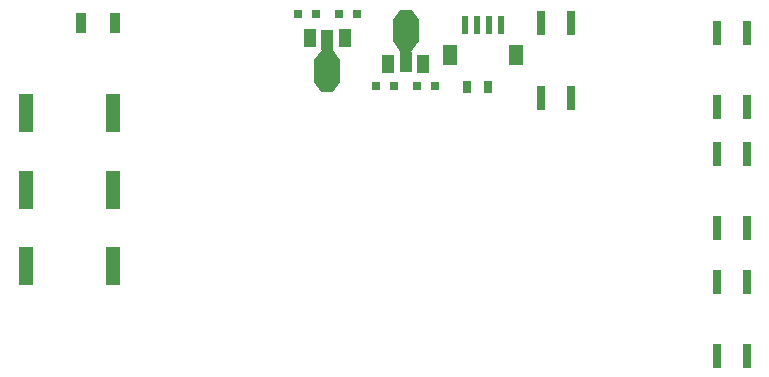
<source format=gtp>
G04 #@! TF.GenerationSoftware,KiCad,Pcbnew,(2018-02-15 revision 29b28de31)-makepkg*
G04 #@! TF.CreationDate,2019-05-03T22:38:47+03:00*
G04 #@! TF.ProjectId,din_power_atm90e26,64696E5F706F7765725F61746D393065,rev?*
G04 #@! TF.SameCoordinates,Original*
G04 #@! TF.FileFunction,Paste,Top*
G04 #@! TF.FilePolarity,Positive*
%FSLAX46Y46*%
G04 Gerber Fmt 4.6, Leading zero omitted, Abs format (unit mm)*
G04 Created by KiCad (PCBNEW (2018-02-15 revision 29b28de31)-makepkg) date 05/03/19 22:38:47*
%MOMM*%
%LPD*%
G01*
G04 APERTURE LIST*
%ADD10R,0.600000X1.550000*%
%ADD11R,1.200000X1.800000*%
%ADD12R,0.670000X1.000000*%
%ADD13R,0.640000X2.000000*%
%ADD14C,0.850000*%
%ADD15C,0.100000*%
%ADD16R,1.000000X1.500000*%
%ADD17R,1.000000X1.800000*%
%ADD18R,2.200000X1.840000*%
%ADD19C,1.000000*%
%ADD20R,0.900000X1.700000*%
%ADD21R,0.800000X0.750000*%
%ADD22R,1.270000X3.302000*%
G04 APERTURE END LIST*
D10*
X156075000Y-47575000D03*
X155075000Y-47575000D03*
X154075000Y-47575000D03*
X153075000Y-47575000D03*
D11*
X157375000Y-50100000D03*
X151775000Y-50100000D03*
D12*
X154975000Y-52775000D03*
X153225000Y-52775000D03*
D13*
X174355000Y-58450000D03*
X176895000Y-58450000D03*
X176895000Y-64750000D03*
X174355000Y-64750000D03*
X174355000Y-75575000D03*
X176895000Y-75575000D03*
X176895000Y-69275000D03*
X174355000Y-69275000D03*
X159505000Y-47400000D03*
X162045000Y-47400000D03*
X162045000Y-53700000D03*
X159505000Y-53700000D03*
X174355000Y-54500000D03*
X176895000Y-54500000D03*
X176895000Y-48200000D03*
X174355000Y-48200000D03*
D14*
X148025000Y-46658000D03*
D15*
G36*
X146925000Y-47083000D02*
X147525000Y-46233000D01*
X148525000Y-46233000D01*
X149125000Y-47083000D01*
X146925000Y-47083000D01*
X146925000Y-47083000D01*
G37*
D16*
X146525000Y-50805000D03*
D17*
X148025000Y-50658500D03*
D16*
X149525000Y-50805000D03*
D18*
X148025000Y-47991500D03*
D19*
X148025000Y-49401200D03*
D15*
G36*
X149125000Y-48901200D02*
X148425000Y-49901200D01*
X147625000Y-49901200D01*
X146925000Y-48901200D01*
X149125000Y-48901200D01*
X149125000Y-48901200D01*
G37*
D19*
X141400000Y-50023800D03*
D15*
G36*
X140300000Y-50523800D02*
X141000000Y-49523800D01*
X141800000Y-49523800D01*
X142500000Y-50523800D01*
X140300000Y-50523800D01*
X140300000Y-50523800D01*
G37*
D18*
X141400000Y-51433500D03*
D16*
X139900000Y-48620000D03*
D17*
X141400000Y-48766500D03*
D16*
X142900000Y-48620000D03*
D14*
X141400000Y-52767000D03*
D15*
G36*
X142500000Y-52342000D02*
X141900000Y-53192000D01*
X140900000Y-53192000D01*
X140300000Y-52342000D01*
X142500000Y-52342000D01*
X142500000Y-52342000D01*
G37*
D20*
X120498000Y-47367400D03*
X123398000Y-47367400D03*
D21*
X140400000Y-46600000D03*
X138900000Y-46600000D03*
X149025000Y-52675000D03*
X150525000Y-52675000D03*
X145525000Y-52675000D03*
X147025000Y-52675000D03*
X143900000Y-46600000D03*
X142400000Y-46600000D03*
D22*
X115867000Y-55021000D03*
X123233000Y-55021000D03*
X123233000Y-61498000D03*
X115867000Y-61498000D03*
X115867000Y-67900000D03*
X123233000Y-67900000D03*
M02*

</source>
